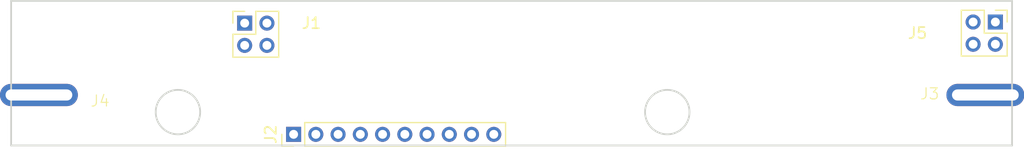
<source format=kicad_pcb>
(kicad_pcb (version 20240108) (generator "pcbnew") (generator_version "8.0")
  (layers (0 "F.Cu" signal) (31 "B.Cu" signal) (34 "B.Paste" user) (35 "F.Paste" user) (36 "B.SilkS" user "B.Silkscreen") (37 "F.SilkS" user "F.Silkscreen") (38 "B.Mask" user) (39 "F.Mask" user) (44 "Edge.Cuts" user))
  (net 0 "")
  (footprint "Connector_PinHeader_2.00mm:PinHeader_2x02_P2.00mm_Vertical" (layer "F.Cu") (at 170 105)
    (property "Reference" "J1" (at 6 0 0) (layer "F.SilkS"))
    (property "Value" "Conn_02x02_Counter_Clockwise")
    (fp_line (start -1.06 -1.06) (end 0 -1.06) (stroke (width 0.12)) (layer "F.SilkS"))
    (fp_line (start -1.06 0) (end -1.06 -1.06) (stroke (width 0.12)) (layer "F.SilkS"))
    (fp_line (start -1.06 1) (end -1.06 3.06) (stroke (width 0.12)) (layer "F.SilkS"))
    (fp_line (start -1.06 1) (end 1 1) (stroke (width 0.12)) (layer "F.SilkS"))
    (fp_line (start -1.06 3.06) (end 3.06 3.06) (stroke (width 0.12)) (layer "F.SilkS"))
    (fp_line (start 1 -1.06) (end 3.06 -1.06) (stroke (width 0.12)) (layer "F.SilkS"))
    (fp_line (start 1 1) (end 1 -1.06) (stroke (width 0.12)) (layer "F.SilkS"))
    (fp_line (start 3.06 -1.06) (end 3.06 3.06) (stroke (width 0.12)) (layer "F.SilkS"))
    (pad "1" thru_hole rect (at 0 0) (size 1.35 1.35) (drill 0.8) (layers "*.Cu" "*.Mask"))
    (pad "2" thru_hole oval (at 2 0) (size 1.35 1.35) (drill 0.8) (layers "*.Cu" "*.Mask"))
    (pad "3" thru_hole oval (at 0 2) (size 1.35 1.35) (drill 0.8) (layers "*.Cu" "*.Mask"))
    (pad "4" thru_hole oval (at 2 2) (size 1.35 1.35) (drill 0.8) (layers "*.Cu" "*.Mask"))
  )
  (footprint "suppl_bt:batter_conn" (layer "F.Cu") (at 151.5 114)
    (property "Reference" "J4" (at 5.5 -2 0) (layer "F.SilkS") (effects (font (thickness 0.1))))
    (property "Value" "-")
    (pad "1" thru_hole oval (at 0 -2.54) (size 7 2) (drill oval 6 1) (layers "*.Cu" "*.Mask"))
  )
  (footprint "Connector_PinHeader_2.00mm:PinHeader_1x10_P2.00mm_Vertical" (layer "F.Cu") (at 174.4 115 90)
    (property "Reference" "J2" (at 0 -2.06 90) (layer "F.SilkS"))
    (property "Value" "Conn_01x10")
    (fp_line (start -1.06 -1.06) (end 0 -1.06) (stroke (width 0.12)) (layer "F.SilkS"))
    (fp_line (start -1.06 0) (end -1.06 -1.06) (stroke (width 0.12)) (layer "F.SilkS"))
    (fp_line (start 1.06 1) (end 1.06 19.06) (stroke (width 0.12)) (layer "F.SilkS"))
    (fp_line (start -1.06 1) (end 1.06 1) (stroke (width 0.12)) (layer "F.SilkS"))
    (fp_line (start -1.06 1) (end -1.06 19.06) (stroke (width 0.12)) (layer "F.SilkS"))
    (fp_line (start -1.06 19.06) (end 1.06 19.06) (stroke (width 0.12)) (layer "F.SilkS"))
    (pad "1" thru_hole rect (at 0 0 90) (size 1.35 1.35) (drill 0.8) (layers "*.Cu" "*.Mask"))
    (pad "2" thru_hole oval (at 0 2 90) (size 1.35 1.35) (drill 0.8) (layers "*.Cu" "*.Mask"))
    (pad "3" thru_hole oval (at 0 4 90) (size 1.35 1.35) (drill 0.8) (layers "*.Cu" "*.Mask"))
    (pad "4" thru_hole oval (at 0 6 90) (size 1.35 1.35) (drill 0.8) (layers "*.Cu" "*.Mask"))
    (pad "5" thru_hole oval (at 0 8 90) (size 1.35 1.35) (drill 0.8) (layers "*.Cu" "*.Mask"))
    (pad "6" thru_hole oval (at 0 10 90) (size 1.35 1.35) (drill 0.8) (layers "*.Cu" "*.Mask"))
    (pad "7" thru_hole oval (at 0 12 90) (size 1.35 1.35) (drill 0.8) (layers "*.Cu" "*.Mask"))
    (pad "8" thru_hole oval (at 0 14 90) (size 1.35 1.35) (drill 0.8) (layers "*.Cu" "*.Mask"))
    (pad "9" thru_hole oval (at 0 16 90) (size 1.35 1.35) (drill 0.8) (layers "*.Cu" "*.Mask"))
    (pad "10" thru_hole oval (at 0 18 90) (size 1.35 1.35) (drill 0.8) (layers "*.Cu" "*.Mask"))
  )
  (footprint "suppl_bt:batter_conn" (layer "F.Cu") (at 236.6 114)
    (property "Reference" "J3" (at -5 -2.645 0) (layer "F.SilkS") (effects (font (thickness 0.1))))
    (property "Value" "+")
    (pad "1" thru_hole oval (at 0 -2.54) (size 7 2) (drill oval 6 1) (layers "*.Cu" "*.Mask"))
  )
  (footprint "Connector_PinHeader_2.00mm:PinHeader_2x02_P2.00mm_Vertical" (layer "F.Cu") (at 237.5 104.9 -90)
    (property "Reference" "J5" (at 1 7 0) (layer "F.SilkS"))
    (property "Value" "Conn_02x02_Counter_Clockwise")
    (fp_line (start -1.06 3.06) (end 3.06 3.06) (stroke (width 0.12)) (layer "F.SilkS"))
    (fp_line (start -1.06 1) (end -1.06 3.06) (stroke (width 0.12)) (layer "F.SilkS"))
    (fp_line (start -1.06 1) (end 1 1) (stroke (width 0.12)) (layer "F.SilkS"))
    (fp_line (start 1 1) (end 1 -1.06) (stroke (width 0.12)) (layer "F.SilkS"))
    (fp_line (start -1.06 0) (end -1.06 -1.06) (stroke (width 0.12)) (layer "F.SilkS"))
    (fp_line (start -1.06 -1.06) (end 0 -1.06) (stroke (width 0.12)) (layer "F.SilkS"))
    (fp_line (start 1 -1.06) (end 3.06 -1.06) (stroke (width 0.12)) (layer "F.SilkS"))
    (fp_line (start 3.06 -1.06) (end 3.06 3.06) (stroke (width 0.12)) (layer "F.SilkS"))
    (pad "1" thru_hole rect (at 0 0 270) (size 1.35 1.35) (drill 0.8) (layers "*.Cu" "*.Mask"))
    (pad "2" thru_hole oval (at 2 0 270) (size 1.35 1.35) (drill 0.8) (layers "*.Cu" "*.Mask"))
    (pad "3" thru_hole oval (at 0 2 270) (size 1.35 1.35) (drill 0.8) (layers "*.Cu" "*.Mask"))
    (pad "4" thru_hole oval (at 2 2 270) (size 1.35 1.35) (drill 0.8) (layers "*.Cu" "*.Mask"))
  )
  (gr_line (start 239 103) (end 149 103) (stroke (width 0.16)) (layer "Edge.Cuts"))
  (gr_line (start 239 116) (end 239 103) (stroke (width 0.16)) (layer "Edge.Cuts"))
  (gr_circle (center 164 113) (end 166 113) (stroke (width 0.16)) (fill none) (layer "Edge.Cuts"))
  (gr_line (start 149 116) (end 239 116) (stroke (width 0.16)) (layer "Edge.Cuts"))
  (gr_line (start 149 103) (end 149 116) (stroke (width 0.16)) (layer "Edge.Cuts"))
  (gr_circle (center 208 113) (end 210 113) (stroke (width 0.16)) (fill none) (layer "Edge.Cuts"))
)
</source>
